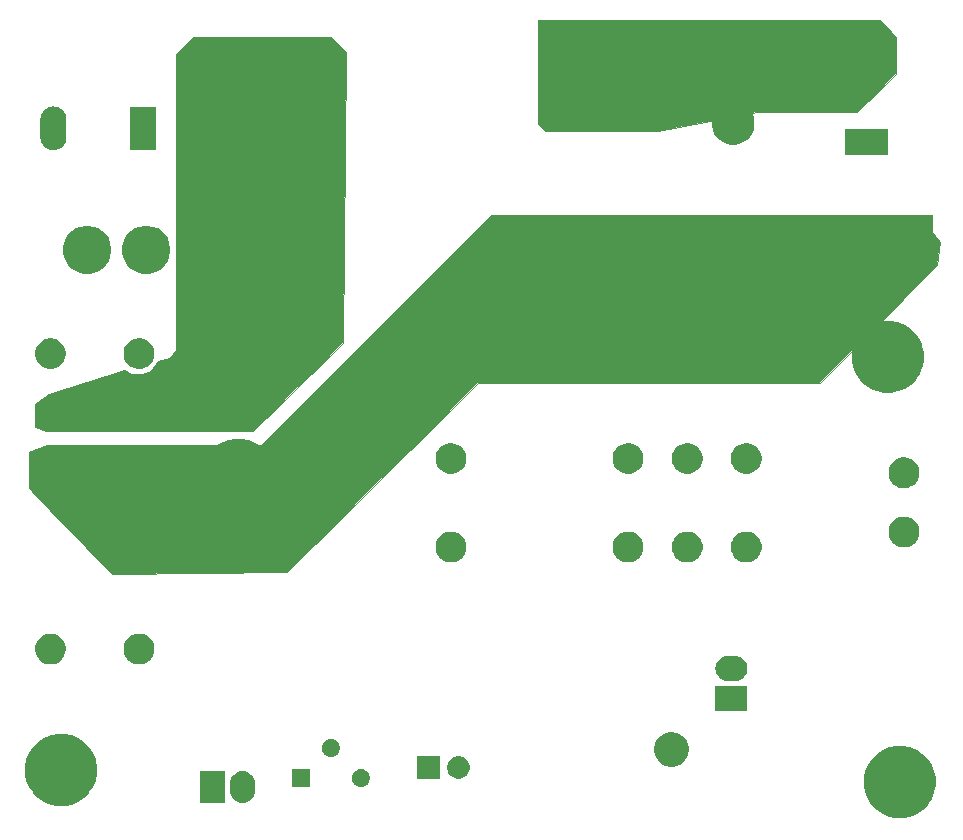
<source format=gbr>
%TF.GenerationSoftware,KiCad,Pcbnew,(6.0.0-rc1-dev-882-gdbc9130da)*%
%TF.CreationDate,2019-10-18T11:57:10+08:00*%
%TF.ProjectId,SoftStartLamp,536F667453746172744C616D702E6B69,rev?*%
%TF.SameCoordinates,Original*%
%TF.FileFunction,Soldermask,Bot*%
%TF.FilePolarity,Negative*%
%FSLAX46Y46*%
G04 Gerber Fmt 4.6, Leading zero omitted, Abs format (unit mm)*
G04 Created by KiCad (PCBNEW (6.0.0-rc1-dev-882-gdbc9130da)) date 2019/10/18 11:57:10*
%MOMM*%
%LPD*%
G01*
G04 APERTURE LIST*
%ADD10C,0.100000*%
%ADD11C,0.350000*%
G04 APERTURE END LIST*
D10*
G36*
X53848000Y-77470000D02*
X72009000Y-77470000D01*
X91440000Y-58039000D01*
X128778000Y-58039000D01*
X128778000Y-59436000D01*
X129413000Y-60325000D01*
X129159000Y-62230000D01*
X119253000Y-72263000D01*
X90297000Y-72263000D01*
X74168000Y-88265000D01*
X59309000Y-88392000D01*
X53213000Y-82169000D01*
X52324000Y-81153000D01*
X52324000Y-78105000D01*
X53848000Y-77470000D01*
G37*
X53848000Y-77470000D02*
X72009000Y-77470000D01*
X91440000Y-58039000D01*
X128778000Y-58039000D01*
X128778000Y-59436000D01*
X129413000Y-60325000D01*
X129159000Y-62230000D01*
X119253000Y-72263000D01*
X90297000Y-72263000D01*
X74168000Y-88265000D01*
X59309000Y-88392000D01*
X53213000Y-82169000D01*
X52324000Y-81153000D01*
X52324000Y-78105000D01*
X53848000Y-77470000D01*
G36*
X66167000Y-42926000D02*
X64770000Y-44450000D01*
X64770000Y-69469000D01*
X64262000Y-70104000D01*
X63246000Y-70358000D01*
X62611000Y-71247000D01*
X61849000Y-71501000D01*
X60960000Y-71501000D01*
X60452000Y-71120000D01*
X53975000Y-73152000D01*
X52832000Y-74041000D01*
X52832000Y-75946000D01*
X53721000Y-76327000D01*
X71247000Y-76327000D01*
X78867000Y-68834000D01*
X79121000Y-44196000D01*
X77851000Y-42926000D01*
X66167000Y-42926000D01*
G37*
X66167000Y-42926000D02*
X64770000Y-44450000D01*
X64770000Y-69469000D01*
X64262000Y-70104000D01*
X63246000Y-70358000D01*
X62611000Y-71247000D01*
X61849000Y-71501000D01*
X60960000Y-71501000D01*
X60452000Y-71120000D01*
X53975000Y-73152000D01*
X52832000Y-74041000D01*
X52832000Y-75946000D01*
X53721000Y-76327000D01*
X71247000Y-76327000D01*
X78867000Y-68834000D01*
X79121000Y-44196000D01*
X77851000Y-42926000D01*
X66167000Y-42926000D01*
G36*
X95377000Y-41529000D02*
X124333000Y-41529000D01*
X125730000Y-42926000D01*
X125730000Y-46101000D01*
X122428000Y-49276000D01*
X113919000Y-49276000D01*
X105537000Y-50927000D01*
X96012000Y-50927000D01*
X95377000Y-50292000D01*
X95377000Y-41529000D01*
G37*
X95377000Y-41529000D02*
X124333000Y-41529000D01*
X125730000Y-42926000D01*
X125730000Y-46101000D01*
X122428000Y-49276000D01*
X113919000Y-49276000D01*
X105537000Y-50927000D01*
X96012000Y-50927000D01*
X95377000Y-50292000D01*
X95377000Y-41529000D01*
D11*
G36*
X126889941Y-103066248D02*
X126889943Y-103066249D01*
X126889944Y-103066249D01*
X127445190Y-103296239D01*
X127903898Y-103602738D01*
X127944902Y-103630136D01*
X128369864Y-104055098D01*
X128369866Y-104055101D01*
X128703761Y-104554810D01*
X128925529Y-105090207D01*
X128933752Y-105110059D01*
X129051000Y-105699501D01*
X129051000Y-106300499D01*
X128944246Y-106837186D01*
X128933751Y-106889944D01*
X128703761Y-107445190D01*
X128478655Y-107782085D01*
X128369864Y-107944902D01*
X127944902Y-108369864D01*
X127944899Y-108369866D01*
X127445190Y-108703761D01*
X126889944Y-108933751D01*
X126889943Y-108933751D01*
X126889941Y-108933752D01*
X126300499Y-109051000D01*
X125699501Y-109051000D01*
X125110059Y-108933752D01*
X125110057Y-108933751D01*
X125110056Y-108933751D01*
X124554810Y-108703761D01*
X124055101Y-108369866D01*
X124055098Y-108369864D01*
X123630136Y-107944902D01*
X123521345Y-107782085D01*
X123296239Y-107445190D01*
X123066249Y-106889944D01*
X123055755Y-106837186D01*
X122949000Y-106300499D01*
X122949000Y-105699501D01*
X123066248Y-105110059D01*
X123074471Y-105090207D01*
X123296239Y-104554810D01*
X123630134Y-104055101D01*
X123630136Y-104055098D01*
X124055098Y-103630136D01*
X124096102Y-103602738D01*
X124554810Y-103296239D01*
X125110056Y-103066249D01*
X125110057Y-103066249D01*
X125110059Y-103066248D01*
X125699501Y-102949000D01*
X126300499Y-102949000D01*
X126889941Y-103066248D01*
X126889941Y-103066248D01*
G37*
G36*
X55889941Y-102066248D02*
X55889943Y-102066249D01*
X55889944Y-102066249D01*
X56445190Y-102296239D01*
X56870736Y-102580580D01*
X56944902Y-102630136D01*
X57369864Y-103055098D01*
X57369866Y-103055101D01*
X57703761Y-103554810D01*
X57929584Y-104099996D01*
X57933752Y-104110059D01*
X58051000Y-104699501D01*
X58051000Y-105300499D01*
X57935122Y-105883056D01*
X57933751Y-105889944D01*
X57703761Y-106445190D01*
X57406588Y-106889941D01*
X57369864Y-106944902D01*
X56944902Y-107369864D01*
X56944899Y-107369866D01*
X56445190Y-107703761D01*
X55889944Y-107933751D01*
X55889943Y-107933751D01*
X55889941Y-107933752D01*
X55300499Y-108051000D01*
X54699501Y-108051000D01*
X54110059Y-107933752D01*
X54110057Y-107933751D01*
X54110056Y-107933751D01*
X53554810Y-107703761D01*
X53055101Y-107369866D01*
X53055098Y-107369864D01*
X52630136Y-106944902D01*
X52593412Y-106889941D01*
X52296239Y-106445190D01*
X52066249Y-105889944D01*
X52064879Y-105883056D01*
X51949000Y-105300499D01*
X51949000Y-104699501D01*
X52066248Y-104110059D01*
X52070416Y-104099996D01*
X52296239Y-103554810D01*
X52630134Y-103055101D01*
X52630136Y-103055098D01*
X53055098Y-102630136D01*
X53129264Y-102580580D01*
X53554810Y-102296239D01*
X54110056Y-102066249D01*
X54110057Y-102066249D01*
X54110059Y-102066248D01*
X54699501Y-101949000D01*
X55300499Y-101949000D01*
X55889941Y-102066248D01*
X55889941Y-102066248D01*
G37*
G36*
X70564031Y-105090207D02*
X70762145Y-105150305D01*
X70944729Y-105247897D01*
X71104765Y-105379235D01*
X71104766Y-105379237D01*
X71104768Y-105379238D01*
X71158691Y-105444944D01*
X71236103Y-105539271D01*
X71333695Y-105721854D01*
X71393793Y-105919968D01*
X71409000Y-106074370D01*
X71409000Y-106777629D01*
X71393793Y-106932031D01*
X71365686Y-107024686D01*
X71333695Y-107130147D01*
X71317005Y-107161371D01*
X71236103Y-107312729D01*
X71104765Y-107472765D01*
X70944729Y-107604103D01*
X70762146Y-107701695D01*
X70564032Y-107761793D01*
X70358000Y-107782085D01*
X70151969Y-107761793D01*
X69953855Y-107701695D01*
X69771272Y-107604103D01*
X69611236Y-107472765D01*
X69526787Y-107369864D01*
X69479899Y-107312731D01*
X69382306Y-107130148D01*
X69350314Y-107024686D01*
X69322207Y-106932032D01*
X69307000Y-106777630D01*
X69307000Y-106074371D01*
X69322207Y-105919969D01*
X69382305Y-105721855D01*
X69479897Y-105539271D01*
X69611235Y-105379235D01*
X69611237Y-105379234D01*
X69611238Y-105379232D01*
X69771269Y-105247899D01*
X69771271Y-105247897D01*
X69953854Y-105150305D01*
X70151968Y-105090207D01*
X70358000Y-105069915D01*
X70564031Y-105090207D01*
X70564031Y-105090207D01*
G37*
G36*
X68869000Y-107777000D02*
X66767000Y-107777000D01*
X66767000Y-105075000D01*
X68869000Y-105075000D01*
X68869000Y-107777000D01*
X68869000Y-107777000D01*
G37*
G36*
X76062000Y-106415000D02*
X74560000Y-106415000D01*
X74560000Y-104913000D01*
X76062000Y-104913000D01*
X76062000Y-106415000D01*
X76062000Y-106415000D01*
G37*
G36*
X80523004Y-104924544D02*
X80610059Y-104941860D01*
X80746732Y-104998472D01*
X80827435Y-105052396D01*
X80869738Y-105080662D01*
X80974338Y-105185262D01*
X80974340Y-105185265D01*
X81056528Y-105308268D01*
X81113140Y-105444941D01*
X81126814Y-105513688D01*
X81142000Y-105590031D01*
X81142000Y-105737969D01*
X81132082Y-105787829D01*
X81113140Y-105883059D01*
X81056528Y-106019732D01*
X81056527Y-106019733D01*
X80974338Y-106142738D01*
X80869738Y-106247338D01*
X80869735Y-106247340D01*
X80746732Y-106329528D01*
X80610059Y-106386140D01*
X80523004Y-106403456D01*
X80464969Y-106415000D01*
X80317031Y-106415000D01*
X80258996Y-106403456D01*
X80171941Y-106386140D01*
X80035268Y-106329528D01*
X79912265Y-106247340D01*
X79912262Y-106247338D01*
X79807662Y-106142738D01*
X79725473Y-106019733D01*
X79725472Y-106019732D01*
X79668860Y-105883059D01*
X79649918Y-105787829D01*
X79640000Y-105737969D01*
X79640000Y-105590031D01*
X79655186Y-105513688D01*
X79668860Y-105444941D01*
X79725472Y-105308268D01*
X79807660Y-105185265D01*
X79807662Y-105185262D01*
X79912262Y-105080662D01*
X79954565Y-105052396D01*
X80035268Y-104998472D01*
X80171941Y-104941860D01*
X80258996Y-104924544D01*
X80317031Y-104913000D01*
X80464969Y-104913000D01*
X80523004Y-104924544D01*
X80523004Y-104924544D01*
G37*
G36*
X88923396Y-103860546D02*
X89096466Y-103932234D01*
X89252230Y-104036312D01*
X89384688Y-104168770D01*
X89488766Y-104324534D01*
X89560454Y-104497604D01*
X89597000Y-104681333D01*
X89597000Y-104868667D01*
X89560454Y-105052396D01*
X89488766Y-105225466D01*
X89384688Y-105381230D01*
X89252230Y-105513688D01*
X89096466Y-105617766D01*
X88923396Y-105689454D01*
X88739667Y-105726000D01*
X88552333Y-105726000D01*
X88368604Y-105689454D01*
X88195534Y-105617766D01*
X88039770Y-105513688D01*
X87907312Y-105381230D01*
X87803234Y-105225466D01*
X87731546Y-105052396D01*
X87695000Y-104868667D01*
X87695000Y-104681333D01*
X87731546Y-104497604D01*
X87803234Y-104324534D01*
X87907312Y-104168770D01*
X88039770Y-104036312D01*
X88195534Y-103932234D01*
X88368604Y-103860546D01*
X88552333Y-103824000D01*
X88739667Y-103824000D01*
X88923396Y-103860546D01*
X88923396Y-103860546D01*
G37*
G36*
X87057000Y-105726000D02*
X85155000Y-105726000D01*
X85155000Y-103824000D01*
X87057000Y-103824000D01*
X87057000Y-105726000D01*
X87057000Y-105726000D01*
G37*
G36*
X107103238Y-101855760D02*
X107103240Y-101855761D01*
X107103241Y-101855761D01*
X107367306Y-101965140D01*
X107367307Y-101965141D01*
X107604962Y-102123937D01*
X107807063Y-102326038D01*
X107807065Y-102326041D01*
X107965860Y-102563694D01*
X108050597Y-102768268D01*
X108075240Y-102827762D01*
X108131000Y-103108088D01*
X108131000Y-103393912D01*
X108084013Y-103630134D01*
X108075239Y-103674241D01*
X107965860Y-103938306D01*
X107857822Y-104099996D01*
X107807063Y-104175962D01*
X107604962Y-104378063D01*
X107604959Y-104378065D01*
X107367306Y-104536860D01*
X107103241Y-104646239D01*
X107103240Y-104646239D01*
X107103238Y-104646240D01*
X106822912Y-104702000D01*
X106537088Y-104702000D01*
X106256762Y-104646240D01*
X106256760Y-104646239D01*
X106256759Y-104646239D01*
X105992694Y-104536860D01*
X105755041Y-104378065D01*
X105755038Y-104378063D01*
X105552937Y-104175962D01*
X105502178Y-104099996D01*
X105394140Y-103938306D01*
X105284761Y-103674241D01*
X105275988Y-103630134D01*
X105229000Y-103393912D01*
X105229000Y-103108088D01*
X105284760Y-102827762D01*
X105309403Y-102768268D01*
X105394140Y-102563694D01*
X105552935Y-102326041D01*
X105552937Y-102326038D01*
X105755038Y-102123937D01*
X105992693Y-101965141D01*
X105992694Y-101965140D01*
X106256759Y-101855761D01*
X106256760Y-101855761D01*
X106256762Y-101855760D01*
X106537088Y-101800000D01*
X106822912Y-101800000D01*
X107103238Y-101855760D01*
X107103238Y-101855760D01*
G37*
G36*
X77983004Y-102384544D02*
X78070059Y-102401860D01*
X78206732Y-102458472D01*
X78206733Y-102458473D01*
X78329738Y-102540662D01*
X78434338Y-102645262D01*
X78434340Y-102645265D01*
X78516528Y-102768268D01*
X78573140Y-102904941D01*
X78587138Y-102975314D01*
X78602000Y-103050031D01*
X78602000Y-103197969D01*
X78590456Y-103256004D01*
X78573140Y-103343059D01*
X78516528Y-103479732D01*
X78436922Y-103598871D01*
X78434338Y-103602738D01*
X78329738Y-103707338D01*
X78329735Y-103707340D01*
X78206732Y-103789528D01*
X78070059Y-103846140D01*
X77983004Y-103863456D01*
X77924969Y-103875000D01*
X77777031Y-103875000D01*
X77718996Y-103863456D01*
X77631941Y-103846140D01*
X77495268Y-103789528D01*
X77372265Y-103707340D01*
X77372262Y-103707338D01*
X77267662Y-103602738D01*
X77265078Y-103598871D01*
X77185472Y-103479732D01*
X77128860Y-103343059D01*
X77111544Y-103256004D01*
X77100000Y-103197969D01*
X77100000Y-103050031D01*
X77114862Y-102975314D01*
X77128860Y-102904941D01*
X77185472Y-102768268D01*
X77267660Y-102645265D01*
X77267662Y-102645262D01*
X77372262Y-102540662D01*
X77495267Y-102458473D01*
X77495268Y-102458472D01*
X77631941Y-102401860D01*
X77718996Y-102384544D01*
X77777031Y-102373000D01*
X77924969Y-102373000D01*
X77983004Y-102384544D01*
X77983004Y-102384544D01*
G37*
G36*
X113111000Y-99984000D02*
X110409000Y-99984000D01*
X110409000Y-97882000D01*
X113111000Y-97882000D01*
X113111000Y-99984000D01*
X113111000Y-99984000D01*
G37*
G36*
X112142510Y-95345041D02*
X112266032Y-95357207D01*
X112464146Y-95417305D01*
X112646729Y-95514897D01*
X112806765Y-95646235D01*
X112938103Y-95806271D01*
X113035695Y-95988854D01*
X113095793Y-96186968D01*
X113116085Y-96393000D01*
X113095793Y-96599032D01*
X113035695Y-96797146D01*
X112938103Y-96979729D01*
X112806765Y-97139765D01*
X112646729Y-97271103D01*
X112464146Y-97368695D01*
X112266032Y-97428793D01*
X112142510Y-97440959D01*
X112111631Y-97444000D01*
X111408369Y-97444000D01*
X111377490Y-97440959D01*
X111253968Y-97428793D01*
X111055854Y-97368695D01*
X110873271Y-97271103D01*
X110713235Y-97139765D01*
X110581897Y-96979729D01*
X110484305Y-96797146D01*
X110424207Y-96599032D01*
X110403915Y-96393000D01*
X110424207Y-96186968D01*
X110484305Y-95988854D01*
X110581897Y-95806271D01*
X110713235Y-95646235D01*
X110873271Y-95514897D01*
X111055854Y-95417305D01*
X111253968Y-95357207D01*
X111377490Y-95345041D01*
X111408369Y-95342000D01*
X112111631Y-95342000D01*
X112142510Y-95345041D01*
X112142510Y-95345041D01*
G37*
G36*
X61981485Y-93490996D02*
X61981487Y-93490997D01*
X61981488Y-93490997D01*
X62218255Y-93589069D01*
X62431342Y-93731449D01*
X62612551Y-93912658D01*
X62754931Y-94125745D01*
X62853004Y-94362515D01*
X62903000Y-94613861D01*
X62903000Y-94870139D01*
X62853004Y-95121485D01*
X62754931Y-95358255D01*
X62612551Y-95571342D01*
X62431342Y-95752551D01*
X62431339Y-95752553D01*
X62218255Y-95894931D01*
X61981488Y-95993003D01*
X61981487Y-95993003D01*
X61981485Y-95993004D01*
X61730139Y-96043000D01*
X61473861Y-96043000D01*
X61222515Y-95993004D01*
X61222513Y-95993003D01*
X61222512Y-95993003D01*
X60985745Y-95894931D01*
X60772661Y-95752553D01*
X60772658Y-95752551D01*
X60591449Y-95571342D01*
X60449069Y-95358255D01*
X60350996Y-95121485D01*
X60301000Y-94870139D01*
X60301000Y-94613861D01*
X60350996Y-94362515D01*
X60449069Y-94125745D01*
X60591449Y-93912658D01*
X60772658Y-93731449D01*
X60985745Y-93589069D01*
X61222512Y-93490997D01*
X61222513Y-93490997D01*
X61222515Y-93490996D01*
X61473861Y-93441000D01*
X61730139Y-93441000D01*
X61981485Y-93490996D01*
X61981485Y-93490996D01*
G37*
G36*
X54481485Y-93490996D02*
X54481487Y-93490997D01*
X54481488Y-93490997D01*
X54718255Y-93589069D01*
X54931342Y-93731449D01*
X55112551Y-93912658D01*
X55254931Y-94125745D01*
X55353004Y-94362515D01*
X55403000Y-94613861D01*
X55403000Y-94870139D01*
X55353004Y-95121485D01*
X55254931Y-95358255D01*
X55112551Y-95571342D01*
X54931342Y-95752551D01*
X54931339Y-95752553D01*
X54718255Y-95894931D01*
X54481488Y-95993003D01*
X54481487Y-95993003D01*
X54481485Y-95993004D01*
X54230139Y-96043000D01*
X53973861Y-96043000D01*
X53722515Y-95993004D01*
X53722513Y-95993003D01*
X53722512Y-95993003D01*
X53485745Y-95894931D01*
X53272661Y-95752553D01*
X53272658Y-95752551D01*
X53091449Y-95571342D01*
X52949069Y-95358255D01*
X52850996Y-95121485D01*
X52801000Y-94870139D01*
X52801000Y-94613861D01*
X52850996Y-94362515D01*
X52949069Y-94125745D01*
X53091449Y-93912658D01*
X53272658Y-93731449D01*
X53485745Y-93589069D01*
X53722512Y-93490997D01*
X53722513Y-93490997D01*
X53722515Y-93490996D01*
X53973861Y-93441000D01*
X54230139Y-93441000D01*
X54481485Y-93490996D01*
X54481485Y-93490996D01*
G37*
G36*
X113390485Y-84861996D02*
X113390487Y-84861997D01*
X113390488Y-84861997D01*
X113627255Y-84960069D01*
X113840342Y-85102449D01*
X114021551Y-85283658D01*
X114163931Y-85496745D01*
X114262004Y-85733515D01*
X114312000Y-85984861D01*
X114312000Y-86241139D01*
X114262004Y-86492485D01*
X114163931Y-86729255D01*
X114021551Y-86942342D01*
X113840342Y-87123551D01*
X113840339Y-87123553D01*
X113627255Y-87265931D01*
X113390488Y-87364003D01*
X113390487Y-87364003D01*
X113390485Y-87364004D01*
X113139139Y-87414000D01*
X112882861Y-87414000D01*
X112631515Y-87364004D01*
X112631513Y-87364003D01*
X112631512Y-87364003D01*
X112394745Y-87265931D01*
X112181661Y-87123553D01*
X112181658Y-87123551D01*
X112000449Y-86942342D01*
X111858069Y-86729255D01*
X111759996Y-86492485D01*
X111710000Y-86241139D01*
X111710000Y-85984861D01*
X111759996Y-85733515D01*
X111858069Y-85496745D01*
X112000449Y-85283658D01*
X112181658Y-85102449D01*
X112394745Y-84960069D01*
X112631512Y-84861997D01*
X112631513Y-84861997D01*
X112631515Y-84861996D01*
X112882861Y-84812000D01*
X113139139Y-84812000D01*
X113390485Y-84861996D01*
X113390485Y-84861996D01*
G37*
G36*
X103390485Y-84861996D02*
X103390487Y-84861997D01*
X103390488Y-84861997D01*
X103627255Y-84960069D01*
X103840342Y-85102449D01*
X104021551Y-85283658D01*
X104163931Y-85496745D01*
X104262004Y-85733515D01*
X104312000Y-85984861D01*
X104312000Y-86241139D01*
X104262004Y-86492485D01*
X104163931Y-86729255D01*
X104021551Y-86942342D01*
X103840342Y-87123551D01*
X103840339Y-87123553D01*
X103627255Y-87265931D01*
X103390488Y-87364003D01*
X103390487Y-87364003D01*
X103390485Y-87364004D01*
X103139139Y-87414000D01*
X102882861Y-87414000D01*
X102631515Y-87364004D01*
X102631513Y-87364003D01*
X102631512Y-87364003D01*
X102394745Y-87265931D01*
X102181661Y-87123553D01*
X102181658Y-87123551D01*
X102000449Y-86942342D01*
X101858069Y-86729255D01*
X101759996Y-86492485D01*
X101710000Y-86241139D01*
X101710000Y-85984861D01*
X101759996Y-85733515D01*
X101858069Y-85496745D01*
X102000449Y-85283658D01*
X102181658Y-85102449D01*
X102394745Y-84960069D01*
X102631512Y-84861997D01*
X102631513Y-84861997D01*
X102631515Y-84861996D01*
X102882861Y-84812000D01*
X103139139Y-84812000D01*
X103390485Y-84861996D01*
X103390485Y-84861996D01*
G37*
G36*
X108390485Y-84861996D02*
X108390487Y-84861997D01*
X108390488Y-84861997D01*
X108627255Y-84960069D01*
X108840342Y-85102449D01*
X109021551Y-85283658D01*
X109163931Y-85496745D01*
X109262004Y-85733515D01*
X109312000Y-85984861D01*
X109312000Y-86241139D01*
X109262004Y-86492485D01*
X109163931Y-86729255D01*
X109021551Y-86942342D01*
X108840342Y-87123551D01*
X108840339Y-87123553D01*
X108627255Y-87265931D01*
X108390488Y-87364003D01*
X108390487Y-87364003D01*
X108390485Y-87364004D01*
X108139139Y-87414000D01*
X107882861Y-87414000D01*
X107631515Y-87364004D01*
X107631513Y-87364003D01*
X107631512Y-87364003D01*
X107394745Y-87265931D01*
X107181661Y-87123553D01*
X107181658Y-87123551D01*
X107000449Y-86942342D01*
X106858069Y-86729255D01*
X106759996Y-86492485D01*
X106710000Y-86241139D01*
X106710000Y-85984861D01*
X106759996Y-85733515D01*
X106858069Y-85496745D01*
X107000449Y-85283658D01*
X107181658Y-85102449D01*
X107394745Y-84960069D01*
X107631512Y-84861997D01*
X107631513Y-84861997D01*
X107631515Y-84861996D01*
X107882861Y-84812000D01*
X108139139Y-84812000D01*
X108390485Y-84861996D01*
X108390485Y-84861996D01*
G37*
G36*
X88390485Y-84861996D02*
X88390487Y-84861997D01*
X88390488Y-84861997D01*
X88627255Y-84960069D01*
X88840342Y-85102449D01*
X89021551Y-85283658D01*
X89163931Y-85496745D01*
X89262004Y-85733515D01*
X89312000Y-85984861D01*
X89312000Y-86241139D01*
X89262004Y-86492485D01*
X89163931Y-86729255D01*
X89021551Y-86942342D01*
X88840342Y-87123551D01*
X88840339Y-87123553D01*
X88627255Y-87265931D01*
X88390488Y-87364003D01*
X88390487Y-87364003D01*
X88390485Y-87364004D01*
X88139139Y-87414000D01*
X87882861Y-87414000D01*
X87631515Y-87364004D01*
X87631513Y-87364003D01*
X87631512Y-87364003D01*
X87394745Y-87265931D01*
X87181661Y-87123553D01*
X87181658Y-87123551D01*
X87000449Y-86942342D01*
X86858069Y-86729255D01*
X86759996Y-86492485D01*
X86710000Y-86241139D01*
X86710000Y-85984861D01*
X86759996Y-85733515D01*
X86858069Y-85496745D01*
X87000449Y-85283658D01*
X87181658Y-85102449D01*
X87394745Y-84960069D01*
X87631512Y-84861997D01*
X87631513Y-84861997D01*
X87631515Y-84861996D01*
X87882861Y-84812000D01*
X88139139Y-84812000D01*
X88390485Y-84861996D01*
X88390485Y-84861996D01*
G37*
G36*
X126744485Y-83584996D02*
X126744487Y-83584997D01*
X126744488Y-83584997D01*
X126981255Y-83683069D01*
X127194342Y-83825449D01*
X127375551Y-84006658D01*
X127517931Y-84219745D01*
X127616004Y-84456515D01*
X127666000Y-84707861D01*
X127666000Y-84964139D01*
X127616004Y-85215485D01*
X127517931Y-85452255D01*
X127375551Y-85665342D01*
X127194342Y-85846551D01*
X127194339Y-85846553D01*
X126981255Y-85988931D01*
X126744488Y-86087003D01*
X126744487Y-86087003D01*
X126744485Y-86087004D01*
X126493139Y-86137000D01*
X126236861Y-86137000D01*
X125985515Y-86087004D01*
X125985513Y-86087003D01*
X125985512Y-86087003D01*
X125748745Y-85988931D01*
X125535661Y-85846553D01*
X125535658Y-85846551D01*
X125354449Y-85665342D01*
X125212069Y-85452255D01*
X125113996Y-85215485D01*
X125064000Y-84964139D01*
X125064000Y-84707861D01*
X125113996Y-84456515D01*
X125212069Y-84219745D01*
X125354449Y-84006658D01*
X125535658Y-83825449D01*
X125748745Y-83683069D01*
X125985512Y-83584997D01*
X125985513Y-83584997D01*
X125985515Y-83584996D01*
X126236861Y-83535000D01*
X126493139Y-83535000D01*
X126744485Y-83584996D01*
X126744485Y-83584996D01*
G37*
G36*
X70889941Y-77066248D02*
X70889943Y-77066249D01*
X70889944Y-77066249D01*
X71445190Y-77296239D01*
X71617497Y-77411371D01*
X71944902Y-77630136D01*
X72369864Y-78055098D01*
X72369866Y-78055101D01*
X72703761Y-78554810D01*
X72885053Y-78992488D01*
X72933752Y-79110059D01*
X73051000Y-79699501D01*
X73051000Y-80300499D01*
X72942383Y-80846551D01*
X72933751Y-80889944D01*
X72703761Y-81445190D01*
X72608892Y-81587171D01*
X72369864Y-81944902D01*
X71944902Y-82369864D01*
X71944899Y-82369866D01*
X71445190Y-82703761D01*
X70889944Y-82933751D01*
X70889943Y-82933751D01*
X70889941Y-82933752D01*
X70300499Y-83051000D01*
X69699501Y-83051000D01*
X69110059Y-82933752D01*
X69110057Y-82933751D01*
X69110056Y-82933751D01*
X68554810Y-82703761D01*
X68055101Y-82369866D01*
X68055098Y-82369864D01*
X67630136Y-81944902D01*
X67391108Y-81587171D01*
X67296239Y-81445190D01*
X67066249Y-80889944D01*
X67057618Y-80846551D01*
X66949000Y-80300499D01*
X66949000Y-79699501D01*
X67066248Y-79110059D01*
X67114947Y-78992488D01*
X67296239Y-78554810D01*
X67630134Y-78055101D01*
X67630136Y-78055098D01*
X68055098Y-77630136D01*
X68382503Y-77411371D01*
X68554810Y-77296239D01*
X69110056Y-77066249D01*
X69110057Y-77066249D01*
X69110059Y-77066248D01*
X69699501Y-76949000D01*
X70300499Y-76949000D01*
X70889941Y-77066248D01*
X70889941Y-77066248D01*
G37*
G36*
X126744485Y-78584996D02*
X126744487Y-78584997D01*
X126744488Y-78584997D01*
X126976134Y-78680948D01*
X126981255Y-78683069D01*
X127194342Y-78825449D01*
X127375551Y-79006658D01*
X127375553Y-79006661D01*
X127517931Y-79219745D01*
X127610134Y-79442342D01*
X127616004Y-79456515D01*
X127666000Y-79707861D01*
X127666000Y-79964139D01*
X127616004Y-80215485D01*
X127517931Y-80452255D01*
X127375551Y-80665342D01*
X127194342Y-80846551D01*
X127194339Y-80846553D01*
X126981255Y-80988931D01*
X126744488Y-81087003D01*
X126744487Y-81087003D01*
X126744485Y-81087004D01*
X126493139Y-81137000D01*
X126236861Y-81137000D01*
X125985515Y-81087004D01*
X125985513Y-81087003D01*
X125985512Y-81087003D01*
X125748745Y-80988931D01*
X125535661Y-80846553D01*
X125535658Y-80846551D01*
X125354449Y-80665342D01*
X125212069Y-80452255D01*
X125113996Y-80215485D01*
X125064000Y-79964139D01*
X125064000Y-79707861D01*
X125113996Y-79456515D01*
X125119867Y-79442342D01*
X125212069Y-79219745D01*
X125354447Y-79006661D01*
X125354449Y-79006658D01*
X125535658Y-78825449D01*
X125748745Y-78683069D01*
X125753866Y-78680948D01*
X125985512Y-78584997D01*
X125985513Y-78584997D01*
X125985515Y-78584996D01*
X126236861Y-78535000D01*
X126493139Y-78535000D01*
X126744485Y-78584996D01*
X126744485Y-78584996D01*
G37*
G36*
X54481485Y-78490996D02*
X54481487Y-78490997D01*
X54481488Y-78490997D01*
X54635544Y-78554809D01*
X54718255Y-78589069D01*
X54931342Y-78731449D01*
X55112551Y-78912658D01*
X55254931Y-79125745D01*
X55353004Y-79362515D01*
X55403000Y-79613861D01*
X55403000Y-79870139D01*
X55353004Y-80121485D01*
X55254931Y-80358255D01*
X55112551Y-80571342D01*
X54931342Y-80752551D01*
X54931339Y-80752553D01*
X54718255Y-80894931D01*
X54481488Y-80993003D01*
X54481487Y-80993003D01*
X54481485Y-80993004D01*
X54230139Y-81043000D01*
X53973861Y-81043000D01*
X53722515Y-80993004D01*
X53722513Y-80993003D01*
X53722512Y-80993003D01*
X53485745Y-80894931D01*
X53272661Y-80752553D01*
X53272658Y-80752551D01*
X53091449Y-80571342D01*
X52949069Y-80358255D01*
X52850996Y-80121485D01*
X52801000Y-79870139D01*
X52801000Y-79613861D01*
X52850996Y-79362515D01*
X52949069Y-79125745D01*
X53091449Y-78912658D01*
X53272658Y-78731449D01*
X53485745Y-78589069D01*
X53568456Y-78554809D01*
X53722512Y-78490997D01*
X53722513Y-78490997D01*
X53722515Y-78490996D01*
X53973861Y-78441000D01*
X54230139Y-78441000D01*
X54481485Y-78490996D01*
X54481485Y-78490996D01*
G37*
G36*
X61981485Y-78490996D02*
X61981487Y-78490997D01*
X61981488Y-78490997D01*
X62135544Y-78554809D01*
X62218255Y-78589069D01*
X62431342Y-78731449D01*
X62612551Y-78912658D01*
X62754931Y-79125745D01*
X62853004Y-79362515D01*
X62903000Y-79613861D01*
X62903000Y-79870139D01*
X62853004Y-80121485D01*
X62754931Y-80358255D01*
X62612551Y-80571342D01*
X62431342Y-80752551D01*
X62431339Y-80752553D01*
X62218255Y-80894931D01*
X61981488Y-80993003D01*
X61981487Y-80993003D01*
X61981485Y-80993004D01*
X61730139Y-81043000D01*
X61473861Y-81043000D01*
X61222515Y-80993004D01*
X61222513Y-80993003D01*
X61222512Y-80993003D01*
X60985745Y-80894931D01*
X60772661Y-80752553D01*
X60772658Y-80752551D01*
X60591449Y-80571342D01*
X60449069Y-80358255D01*
X60350996Y-80121485D01*
X60301000Y-79870139D01*
X60301000Y-79613861D01*
X60350996Y-79362515D01*
X60449069Y-79125745D01*
X60591449Y-78912658D01*
X60772658Y-78731449D01*
X60985745Y-78589069D01*
X61068456Y-78554809D01*
X61222512Y-78490997D01*
X61222513Y-78490997D01*
X61222515Y-78490996D01*
X61473861Y-78441000D01*
X61730139Y-78441000D01*
X61981485Y-78490996D01*
X61981485Y-78490996D01*
G37*
G36*
X103390485Y-77361996D02*
X103390487Y-77361997D01*
X103390488Y-77361997D01*
X103627255Y-77460069D01*
X103840342Y-77602449D01*
X104021551Y-77783658D01*
X104163931Y-77996745D01*
X104262004Y-78233515D01*
X104312000Y-78484861D01*
X104312000Y-78741139D01*
X104277883Y-78912658D01*
X104262003Y-78992488D01*
X104206806Y-79125745D01*
X104163931Y-79229255D01*
X104021551Y-79442342D01*
X103840342Y-79623551D01*
X103840339Y-79623553D01*
X103627255Y-79765931D01*
X103390488Y-79864003D01*
X103390487Y-79864003D01*
X103390485Y-79864004D01*
X103139139Y-79914000D01*
X102882861Y-79914000D01*
X102631515Y-79864004D01*
X102631513Y-79864003D01*
X102631512Y-79864003D01*
X102394745Y-79765931D01*
X102181661Y-79623553D01*
X102181658Y-79623551D01*
X102000449Y-79442342D01*
X101858069Y-79229255D01*
X101815194Y-79125745D01*
X101759997Y-78992488D01*
X101744118Y-78912658D01*
X101710000Y-78741139D01*
X101710000Y-78484861D01*
X101759996Y-78233515D01*
X101858069Y-77996745D01*
X102000449Y-77783658D01*
X102181658Y-77602449D01*
X102394745Y-77460069D01*
X102631512Y-77361997D01*
X102631513Y-77361997D01*
X102631515Y-77361996D01*
X102882861Y-77312000D01*
X103139139Y-77312000D01*
X103390485Y-77361996D01*
X103390485Y-77361996D01*
G37*
G36*
X88390485Y-77361996D02*
X88390487Y-77361997D01*
X88390488Y-77361997D01*
X88627255Y-77460069D01*
X88840342Y-77602449D01*
X89021551Y-77783658D01*
X89163931Y-77996745D01*
X89262004Y-78233515D01*
X89312000Y-78484861D01*
X89312000Y-78741139D01*
X89277883Y-78912658D01*
X89262003Y-78992488D01*
X89206806Y-79125745D01*
X89163931Y-79229255D01*
X89021551Y-79442342D01*
X88840342Y-79623551D01*
X88840339Y-79623553D01*
X88627255Y-79765931D01*
X88390488Y-79864003D01*
X88390487Y-79864003D01*
X88390485Y-79864004D01*
X88139139Y-79914000D01*
X87882861Y-79914000D01*
X87631515Y-79864004D01*
X87631513Y-79864003D01*
X87631512Y-79864003D01*
X87394745Y-79765931D01*
X87181661Y-79623553D01*
X87181658Y-79623551D01*
X87000449Y-79442342D01*
X86858069Y-79229255D01*
X86815194Y-79125745D01*
X86759997Y-78992488D01*
X86744118Y-78912658D01*
X86710000Y-78741139D01*
X86710000Y-78484861D01*
X86759996Y-78233515D01*
X86858069Y-77996745D01*
X87000449Y-77783658D01*
X87181658Y-77602449D01*
X87394745Y-77460069D01*
X87631512Y-77361997D01*
X87631513Y-77361997D01*
X87631515Y-77361996D01*
X87882861Y-77312000D01*
X88139139Y-77312000D01*
X88390485Y-77361996D01*
X88390485Y-77361996D01*
G37*
G36*
X113390485Y-77361996D02*
X113390487Y-77361997D01*
X113390488Y-77361997D01*
X113627255Y-77460069D01*
X113840342Y-77602449D01*
X114021551Y-77783658D01*
X114163931Y-77996745D01*
X114262004Y-78233515D01*
X114312000Y-78484861D01*
X114312000Y-78741139D01*
X114277883Y-78912658D01*
X114262003Y-78992488D01*
X114206806Y-79125745D01*
X114163931Y-79229255D01*
X114021551Y-79442342D01*
X113840342Y-79623551D01*
X113840339Y-79623553D01*
X113627255Y-79765931D01*
X113390488Y-79864003D01*
X113390487Y-79864003D01*
X113390485Y-79864004D01*
X113139139Y-79914000D01*
X112882861Y-79914000D01*
X112631515Y-79864004D01*
X112631513Y-79864003D01*
X112631512Y-79864003D01*
X112394745Y-79765931D01*
X112181661Y-79623553D01*
X112181658Y-79623551D01*
X112000449Y-79442342D01*
X111858069Y-79229255D01*
X111815194Y-79125745D01*
X111759997Y-78992488D01*
X111744118Y-78912658D01*
X111710000Y-78741139D01*
X111710000Y-78484861D01*
X111759996Y-78233515D01*
X111858069Y-77996745D01*
X112000449Y-77783658D01*
X112181658Y-77602449D01*
X112394745Y-77460069D01*
X112631512Y-77361997D01*
X112631513Y-77361997D01*
X112631515Y-77361996D01*
X112882861Y-77312000D01*
X113139139Y-77312000D01*
X113390485Y-77361996D01*
X113390485Y-77361996D01*
G37*
G36*
X108390485Y-77361996D02*
X108390487Y-77361997D01*
X108390488Y-77361997D01*
X108627255Y-77460069D01*
X108840342Y-77602449D01*
X109021551Y-77783658D01*
X109163931Y-77996745D01*
X109262004Y-78233515D01*
X109312000Y-78484861D01*
X109312000Y-78741139D01*
X109277883Y-78912658D01*
X109262003Y-78992488D01*
X109206806Y-79125745D01*
X109163931Y-79229255D01*
X109021551Y-79442342D01*
X108840342Y-79623551D01*
X108840339Y-79623553D01*
X108627255Y-79765931D01*
X108390488Y-79864003D01*
X108390487Y-79864003D01*
X108390485Y-79864004D01*
X108139139Y-79914000D01*
X107882861Y-79914000D01*
X107631515Y-79864004D01*
X107631513Y-79864003D01*
X107631512Y-79864003D01*
X107394745Y-79765931D01*
X107181661Y-79623553D01*
X107181658Y-79623551D01*
X107000449Y-79442342D01*
X106858069Y-79229255D01*
X106815194Y-79125745D01*
X106759997Y-78992488D01*
X106744118Y-78912658D01*
X106710000Y-78741139D01*
X106710000Y-78484861D01*
X106759996Y-78233515D01*
X106858069Y-77996745D01*
X107000449Y-77783658D01*
X107181658Y-77602449D01*
X107394745Y-77460069D01*
X107631512Y-77361997D01*
X107631513Y-77361997D01*
X107631515Y-77361996D01*
X107882861Y-77312000D01*
X108139139Y-77312000D01*
X108390485Y-77361996D01*
X108390485Y-77361996D01*
G37*
G36*
X54481485Y-73490996D02*
X54481487Y-73490997D01*
X54481488Y-73490997D01*
X54718255Y-73589069D01*
X54931342Y-73731449D01*
X55112551Y-73912658D01*
X55254931Y-74125745D01*
X55353004Y-74362515D01*
X55403000Y-74613861D01*
X55403000Y-74870139D01*
X55353004Y-75121485D01*
X55254931Y-75358255D01*
X55112551Y-75571342D01*
X54931342Y-75752551D01*
X54931339Y-75752553D01*
X54718255Y-75894931D01*
X54481488Y-75993003D01*
X54481487Y-75993003D01*
X54481485Y-75993004D01*
X54230139Y-76043000D01*
X53973861Y-76043000D01*
X53722515Y-75993004D01*
X53722513Y-75993003D01*
X53722512Y-75993003D01*
X53485745Y-75894931D01*
X53272661Y-75752553D01*
X53272658Y-75752551D01*
X53091449Y-75571342D01*
X52949069Y-75358255D01*
X52850996Y-75121485D01*
X52801000Y-74870139D01*
X52801000Y-74613861D01*
X52850996Y-74362515D01*
X52949069Y-74125745D01*
X53091449Y-73912658D01*
X53272658Y-73731449D01*
X53485745Y-73589069D01*
X53722512Y-73490997D01*
X53722513Y-73490997D01*
X53722515Y-73490996D01*
X53973861Y-73441000D01*
X54230139Y-73441000D01*
X54481485Y-73490996D01*
X54481485Y-73490996D01*
G37*
G36*
X61981485Y-73490996D02*
X61981487Y-73490997D01*
X61981488Y-73490997D01*
X62218255Y-73589069D01*
X62431342Y-73731449D01*
X62612551Y-73912658D01*
X62754931Y-74125745D01*
X62853004Y-74362515D01*
X62903000Y-74613861D01*
X62903000Y-74870139D01*
X62853004Y-75121485D01*
X62754931Y-75358255D01*
X62612551Y-75571342D01*
X62431342Y-75752551D01*
X62431339Y-75752553D01*
X62218255Y-75894931D01*
X61981488Y-75993003D01*
X61981487Y-75993003D01*
X61981485Y-75993004D01*
X61730139Y-76043000D01*
X61473861Y-76043000D01*
X61222515Y-75993004D01*
X61222513Y-75993003D01*
X61222512Y-75993003D01*
X60985745Y-75894931D01*
X60772661Y-75752553D01*
X60772658Y-75752551D01*
X60591449Y-75571342D01*
X60449069Y-75358255D01*
X60350996Y-75121485D01*
X60301000Y-74870139D01*
X60301000Y-74613861D01*
X60350996Y-74362515D01*
X60449069Y-74125745D01*
X60591449Y-73912658D01*
X60772658Y-73731449D01*
X60985745Y-73589069D01*
X61222512Y-73490997D01*
X61222513Y-73490997D01*
X61222515Y-73490996D01*
X61473861Y-73441000D01*
X61730139Y-73441000D01*
X61981485Y-73490996D01*
X61981485Y-73490996D01*
G37*
G36*
X73027331Y-69928211D02*
X73355092Y-70063974D01*
X73650073Y-70261074D01*
X73900926Y-70511927D01*
X74098026Y-70806908D01*
X74233789Y-71134669D01*
X74303000Y-71482616D01*
X74303000Y-71837384D01*
X74233789Y-72185331D01*
X74098026Y-72513092D01*
X73900926Y-72808073D01*
X73650073Y-73058926D01*
X73355092Y-73256026D01*
X73027331Y-73391789D01*
X72679384Y-73461000D01*
X72324616Y-73461000D01*
X71976669Y-73391789D01*
X71648908Y-73256026D01*
X71353927Y-73058926D01*
X71103074Y-72808073D01*
X70905974Y-72513092D01*
X70770211Y-72185331D01*
X70701000Y-71837384D01*
X70701000Y-71482616D01*
X70770211Y-71134669D01*
X70905974Y-70806908D01*
X71103074Y-70511927D01*
X71353927Y-70261074D01*
X71648908Y-70063974D01*
X71976669Y-69928211D01*
X72324616Y-69859000D01*
X72679384Y-69859000D01*
X73027331Y-69928211D01*
X73027331Y-69928211D01*
G37*
G36*
X125889941Y-67066248D02*
X125889943Y-67066249D01*
X125889944Y-67066249D01*
X126445190Y-67296239D01*
X126445191Y-67296240D01*
X126944902Y-67630136D01*
X127369864Y-68055098D01*
X127369866Y-68055101D01*
X127703761Y-68554810D01*
X127851986Y-68912658D01*
X127933752Y-69110059D01*
X128051000Y-69699501D01*
X128051000Y-70300499D01*
X127944246Y-70837186D01*
X127933751Y-70889944D01*
X127703761Y-71445190D01*
X127608892Y-71587171D01*
X127369864Y-71944902D01*
X126944902Y-72369864D01*
X126944899Y-72369866D01*
X126445190Y-72703761D01*
X125889944Y-72933751D01*
X125889943Y-72933751D01*
X125889941Y-72933752D01*
X125300499Y-73051000D01*
X124699501Y-73051000D01*
X124110059Y-72933752D01*
X124110057Y-72933751D01*
X124110056Y-72933751D01*
X123554810Y-72703761D01*
X123055101Y-72369866D01*
X123055098Y-72369864D01*
X122630136Y-71944902D01*
X122391108Y-71587171D01*
X122296239Y-71445190D01*
X122066249Y-70889944D01*
X122055755Y-70837186D01*
X121949000Y-70300499D01*
X121949000Y-69699501D01*
X122066248Y-69110059D01*
X122148014Y-68912658D01*
X122296239Y-68554810D01*
X122630134Y-68055101D01*
X122630136Y-68055098D01*
X123055098Y-67630136D01*
X123554809Y-67296240D01*
X123554810Y-67296239D01*
X124110056Y-67066249D01*
X124110057Y-67066249D01*
X124110059Y-67066248D01*
X124699501Y-66949000D01*
X125300499Y-66949000D01*
X125889941Y-67066248D01*
X125889941Y-67066248D01*
G37*
G36*
X54481485Y-68490996D02*
X54481487Y-68490997D01*
X54481488Y-68490997D01*
X54563588Y-68525004D01*
X54718255Y-68589069D01*
X54931342Y-68731449D01*
X55112551Y-68912658D01*
X55254931Y-69125745D01*
X55353004Y-69362515D01*
X55403000Y-69613861D01*
X55403000Y-69870139D01*
X55353004Y-70121485D01*
X55254931Y-70358255D01*
X55112551Y-70571342D01*
X54931342Y-70752551D01*
X54931339Y-70752553D01*
X54718255Y-70894931D01*
X54481488Y-70993003D01*
X54481487Y-70993003D01*
X54481485Y-70993004D01*
X54230139Y-71043000D01*
X53973861Y-71043000D01*
X53722515Y-70993004D01*
X53722513Y-70993003D01*
X53722512Y-70993003D01*
X53485745Y-70894931D01*
X53272661Y-70752553D01*
X53272658Y-70752551D01*
X53091449Y-70571342D01*
X52949069Y-70358255D01*
X52850996Y-70121485D01*
X52801000Y-69870139D01*
X52801000Y-69613861D01*
X52850996Y-69362515D01*
X52949069Y-69125745D01*
X53091449Y-68912658D01*
X53272658Y-68731449D01*
X53485745Y-68589069D01*
X53640412Y-68525004D01*
X53722512Y-68490997D01*
X53722513Y-68490997D01*
X53722515Y-68490996D01*
X53973861Y-68441000D01*
X54230139Y-68441000D01*
X54481485Y-68490996D01*
X54481485Y-68490996D01*
G37*
G36*
X61981485Y-68490996D02*
X61981487Y-68490997D01*
X61981488Y-68490997D01*
X62063588Y-68525004D01*
X62218255Y-68589069D01*
X62431342Y-68731449D01*
X62612551Y-68912658D01*
X62754931Y-69125745D01*
X62853004Y-69362515D01*
X62903000Y-69613861D01*
X62903000Y-69870139D01*
X62853004Y-70121485D01*
X62754931Y-70358255D01*
X62612551Y-70571342D01*
X62431342Y-70752551D01*
X62431339Y-70752553D01*
X62218255Y-70894931D01*
X61981488Y-70993003D01*
X61981487Y-70993003D01*
X61981485Y-70993004D01*
X61730139Y-71043000D01*
X61473861Y-71043000D01*
X61222515Y-70993004D01*
X61222513Y-70993003D01*
X61222512Y-70993003D01*
X60985745Y-70894931D01*
X60772661Y-70752553D01*
X60772658Y-70752551D01*
X60591449Y-70571342D01*
X60449069Y-70358255D01*
X60350996Y-70121485D01*
X60301000Y-69870139D01*
X60301000Y-69613861D01*
X60350996Y-69362515D01*
X60449069Y-69125745D01*
X60591449Y-68912658D01*
X60772658Y-68731449D01*
X60985745Y-68589069D01*
X61140412Y-68525004D01*
X61222512Y-68490997D01*
X61222513Y-68490997D01*
X61222515Y-68490996D01*
X61473861Y-68441000D01*
X61730139Y-68441000D01*
X61981485Y-68490996D01*
X61981485Y-68490996D01*
G37*
G36*
X127800252Y-58987818D02*
X127800254Y-58987819D01*
X127800255Y-58987819D01*
X128173513Y-59142427D01*
X128173514Y-59142428D01*
X128509439Y-59366886D01*
X128795114Y-59652561D01*
X128795116Y-59652564D01*
X129019573Y-59988487D01*
X129174181Y-60361745D01*
X129253000Y-60757994D01*
X129253000Y-61162006D01*
X129174181Y-61558255D01*
X129019573Y-61931513D01*
X129019572Y-61931514D01*
X128795114Y-62267439D01*
X128509439Y-62553114D01*
X128509436Y-62553116D01*
X128173513Y-62777573D01*
X127800255Y-62932181D01*
X127800254Y-62932181D01*
X127800252Y-62932182D01*
X127404007Y-63011000D01*
X126999993Y-63011000D01*
X126603748Y-62932182D01*
X126603746Y-62932181D01*
X126603745Y-62932181D01*
X126230487Y-62777573D01*
X125894564Y-62553116D01*
X125894561Y-62553114D01*
X125608886Y-62267439D01*
X125384428Y-61931514D01*
X125384427Y-61931513D01*
X125229819Y-61558255D01*
X125151000Y-61162006D01*
X125151000Y-60757994D01*
X125229819Y-60361745D01*
X125384427Y-59988487D01*
X125608884Y-59652564D01*
X125608886Y-59652561D01*
X125894561Y-59366886D01*
X126230486Y-59142428D01*
X126230487Y-59142427D01*
X126603745Y-58987819D01*
X126603746Y-58987819D01*
X126603748Y-58987818D01*
X126999993Y-58909000D01*
X127404007Y-58909000D01*
X127800252Y-58987818D01*
X127800252Y-58987818D01*
G37*
G36*
X57800252Y-58987818D02*
X57800254Y-58987819D01*
X57800255Y-58987819D01*
X58173513Y-59142427D01*
X58173514Y-59142428D01*
X58509439Y-59366886D01*
X58795114Y-59652561D01*
X58795116Y-59652564D01*
X59019573Y-59988487D01*
X59174181Y-60361745D01*
X59253000Y-60757994D01*
X59253000Y-61162006D01*
X59174181Y-61558255D01*
X59019573Y-61931513D01*
X59019572Y-61931514D01*
X58795114Y-62267439D01*
X58509439Y-62553114D01*
X58509436Y-62553116D01*
X58173513Y-62777573D01*
X57800255Y-62932181D01*
X57800254Y-62932181D01*
X57800252Y-62932182D01*
X57404007Y-63011000D01*
X56999993Y-63011000D01*
X56603748Y-62932182D01*
X56603746Y-62932181D01*
X56603745Y-62932181D01*
X56230487Y-62777573D01*
X55894564Y-62553116D01*
X55894561Y-62553114D01*
X55608886Y-62267439D01*
X55384428Y-61931514D01*
X55384427Y-61931513D01*
X55229819Y-61558255D01*
X55151000Y-61162006D01*
X55151000Y-60757994D01*
X55229819Y-60361745D01*
X55384427Y-59988487D01*
X55608884Y-59652564D01*
X55608886Y-59652561D01*
X55894561Y-59366886D01*
X56230486Y-59142428D01*
X56230487Y-59142427D01*
X56603745Y-58987819D01*
X56603746Y-58987819D01*
X56603748Y-58987818D01*
X56999993Y-58909000D01*
X57404007Y-58909000D01*
X57800252Y-58987818D01*
X57800252Y-58987818D01*
G37*
G36*
X62800252Y-58987818D02*
X62800254Y-58987819D01*
X62800255Y-58987819D01*
X63173513Y-59142427D01*
X63173514Y-59142428D01*
X63509439Y-59366886D01*
X63795114Y-59652561D01*
X63795116Y-59652564D01*
X64019573Y-59988487D01*
X64174181Y-60361745D01*
X64253000Y-60757994D01*
X64253000Y-61162006D01*
X64174181Y-61558255D01*
X64019573Y-61931513D01*
X64019572Y-61931514D01*
X63795114Y-62267439D01*
X63509439Y-62553114D01*
X63509436Y-62553116D01*
X63173513Y-62777573D01*
X62800255Y-62932181D01*
X62800254Y-62932181D01*
X62800252Y-62932182D01*
X62404007Y-63011000D01*
X61999993Y-63011000D01*
X61603748Y-62932182D01*
X61603746Y-62932181D01*
X61603745Y-62932181D01*
X61230487Y-62777573D01*
X60894564Y-62553116D01*
X60894561Y-62553114D01*
X60608886Y-62267439D01*
X60384428Y-61931514D01*
X60384427Y-61931513D01*
X60229819Y-61558255D01*
X60151000Y-61162006D01*
X60151000Y-60757994D01*
X60229819Y-60361745D01*
X60384427Y-59988487D01*
X60608884Y-59652564D01*
X60608886Y-59652561D01*
X60894561Y-59366886D01*
X61230486Y-59142428D01*
X61230487Y-59142427D01*
X61603745Y-58987819D01*
X61603746Y-58987819D01*
X61603748Y-58987818D01*
X61999993Y-58909000D01*
X62404007Y-58909000D01*
X62800252Y-58987818D01*
X62800252Y-58987818D01*
G37*
G36*
X122800252Y-58860818D02*
X122800254Y-58860819D01*
X122800255Y-58860819D01*
X123173513Y-59015427D01*
X123363583Y-59142428D01*
X123509439Y-59239886D01*
X123795114Y-59525561D01*
X123795116Y-59525564D01*
X124019573Y-59861487D01*
X124174181Y-60234745D01*
X124253000Y-60630994D01*
X124253000Y-61035006D01*
X124174181Y-61431255D01*
X124019573Y-61804513D01*
X124019572Y-61804514D01*
X123795114Y-62140439D01*
X123509439Y-62426114D01*
X123509436Y-62426116D01*
X123173513Y-62650573D01*
X122800255Y-62805181D01*
X122800254Y-62805181D01*
X122800252Y-62805182D01*
X122404007Y-62884000D01*
X121999993Y-62884000D01*
X121603748Y-62805182D01*
X121603746Y-62805181D01*
X121603745Y-62805181D01*
X121230487Y-62650573D01*
X120894564Y-62426116D01*
X120894561Y-62426114D01*
X120608886Y-62140439D01*
X120384428Y-61804514D01*
X120384427Y-61804513D01*
X120229819Y-61431255D01*
X120151000Y-61035006D01*
X120151000Y-60630994D01*
X120229819Y-60234745D01*
X120384427Y-59861487D01*
X120608884Y-59525564D01*
X120608886Y-59525561D01*
X120894561Y-59239886D01*
X121040417Y-59142428D01*
X121230487Y-59015427D01*
X121603745Y-58860819D01*
X121603746Y-58860819D01*
X121603748Y-58860818D01*
X121999993Y-58782000D01*
X122404007Y-58782000D01*
X122800252Y-58860818D01*
X122800252Y-58860818D01*
G37*
G36*
X125041000Y-52917000D02*
X121339000Y-52917000D01*
X121339000Y-50715000D01*
X125041000Y-50715000D01*
X125041000Y-52917000D01*
X125041000Y-52917000D01*
G37*
G36*
X54571830Y-48837930D02*
X54571833Y-48837931D01*
X54571834Y-48837931D01*
X54779373Y-48900887D01*
X54779375Y-48900888D01*
X54970644Y-49003123D01*
X55138291Y-49140709D01*
X55275877Y-49308356D01*
X55378112Y-49499625D01*
X55378113Y-49499627D01*
X55441069Y-49707166D01*
X55441070Y-49707170D01*
X55457000Y-49868911D01*
X55457000Y-51477089D01*
X55441070Y-51638830D01*
X55441069Y-51638833D01*
X55441069Y-51638834D01*
X55434974Y-51658928D01*
X55378112Y-51846375D01*
X55275877Y-52037644D01*
X55138291Y-52205291D01*
X54970642Y-52342877D01*
X54779372Y-52445113D01*
X54571833Y-52508069D01*
X54571832Y-52508069D01*
X54571829Y-52508070D01*
X54356000Y-52529327D01*
X54140170Y-52508070D01*
X54140167Y-52508069D01*
X54140166Y-52508069D01*
X53932627Y-52445113D01*
X53932625Y-52445112D01*
X53741356Y-52342877D01*
X53573709Y-52205291D01*
X53436123Y-52037642D01*
X53333887Y-51846372D01*
X53270931Y-51638833D01*
X53270931Y-51638832D01*
X53270930Y-51638829D01*
X53255000Y-51477088D01*
X53255000Y-49868911D01*
X53270930Y-49707165D01*
X53333887Y-49499629D01*
X53436124Y-49308356D01*
X53573710Y-49140709D01*
X53741357Y-49003123D01*
X53932626Y-48900888D01*
X53932628Y-48900887D01*
X54140167Y-48837931D01*
X54140168Y-48837931D01*
X54140171Y-48837930D01*
X54356000Y-48816673D01*
X54571830Y-48837930D01*
X54571830Y-48837930D01*
G37*
G36*
X63077000Y-52524000D02*
X60875000Y-52524000D01*
X60875000Y-48822000D01*
X63077000Y-48822000D01*
X63077000Y-52524000D01*
X63077000Y-52524000D01*
G37*
G36*
X112427331Y-48528211D02*
X112755092Y-48663974D01*
X113050073Y-48861074D01*
X113300926Y-49111927D01*
X113498026Y-49406908D01*
X113633789Y-49734669D01*
X113703000Y-50082616D01*
X113703000Y-50437384D01*
X113633789Y-50785331D01*
X113498026Y-51113092D01*
X113300926Y-51408073D01*
X113050073Y-51658926D01*
X112755092Y-51856026D01*
X112427331Y-51991789D01*
X112079384Y-52061000D01*
X111724616Y-52061000D01*
X111376669Y-51991789D01*
X111048908Y-51856026D01*
X110753927Y-51658926D01*
X110503074Y-51408073D01*
X110305974Y-51113092D01*
X110170211Y-50785331D01*
X110101000Y-50437384D01*
X110101000Y-50082616D01*
X110170211Y-49734669D01*
X110305974Y-49406908D01*
X110503074Y-49111927D01*
X110753927Y-48861074D01*
X111048908Y-48663974D01*
X111376669Y-48528211D01*
X111724616Y-48459000D01*
X112079384Y-48459000D01*
X112427331Y-48528211D01*
X112427331Y-48528211D01*
G37*
G36*
X75965031Y-45327207D02*
X76163145Y-45387305D01*
X76345729Y-45484897D01*
X76505765Y-45616235D01*
X76505766Y-45616237D01*
X76505768Y-45616238D01*
X76584568Y-45712257D01*
X76637103Y-45776271D01*
X76734695Y-45958854D01*
X76794793Y-46156968D01*
X76810000Y-46311370D01*
X76810000Y-47414630D01*
X76794793Y-47569032D01*
X76734695Y-47767146D01*
X76637103Y-47949729D01*
X76505765Y-48109765D01*
X76345729Y-48241103D01*
X76163146Y-48338695D01*
X75965032Y-48398793D01*
X75759000Y-48419085D01*
X75552969Y-48398793D01*
X75354855Y-48338695D01*
X75172272Y-48241103D01*
X75012236Y-48109765D01*
X74880899Y-47949731D01*
X74783306Y-47767148D01*
X74723207Y-47569028D01*
X74708000Y-47414631D01*
X74708000Y-46311370D01*
X74723207Y-46156973D01*
X74723207Y-46156969D01*
X74783305Y-45958855D01*
X74880897Y-45776271D01*
X75012235Y-45616235D01*
X75012237Y-45616234D01*
X75012238Y-45616232D01*
X75172269Y-45484899D01*
X75172271Y-45484897D01*
X75354854Y-45387305D01*
X75552968Y-45327207D01*
X75759000Y-45306915D01*
X75965031Y-45327207D01*
X75965031Y-45327207D01*
G37*
G36*
X68465031Y-45327207D02*
X68663145Y-45387305D01*
X68845729Y-45484897D01*
X69005765Y-45616235D01*
X69005766Y-45616237D01*
X69005768Y-45616238D01*
X69084568Y-45712257D01*
X69137103Y-45776271D01*
X69234695Y-45958854D01*
X69294793Y-46156968D01*
X69310000Y-46311370D01*
X69310000Y-47414630D01*
X69294793Y-47569032D01*
X69234695Y-47767146D01*
X69137103Y-47949729D01*
X69005765Y-48109765D01*
X68845729Y-48241103D01*
X68663146Y-48338695D01*
X68465032Y-48398793D01*
X68259000Y-48419085D01*
X68052969Y-48398793D01*
X67854855Y-48338695D01*
X67672272Y-48241103D01*
X67512236Y-48109765D01*
X67380899Y-47949731D01*
X67283306Y-47767148D01*
X67223207Y-47569028D01*
X67208000Y-47414631D01*
X67208000Y-46311370D01*
X67223207Y-46156973D01*
X67223207Y-46156969D01*
X67283305Y-45958855D01*
X67380897Y-45776271D01*
X67512235Y-45616235D01*
X67512237Y-45616234D01*
X67512238Y-45616232D01*
X67672269Y-45484899D01*
X67672271Y-45484897D01*
X67854854Y-45387305D01*
X68052968Y-45327207D01*
X68259000Y-45306915D01*
X68465031Y-45327207D01*
X68465031Y-45327207D01*
G37*
G36*
X97965031Y-45327207D02*
X98163145Y-45387305D01*
X98345729Y-45484897D01*
X98505765Y-45616235D01*
X98505766Y-45616237D01*
X98505768Y-45616238D01*
X98584568Y-45712257D01*
X98637103Y-45776271D01*
X98734695Y-45958854D01*
X98794793Y-46156968D01*
X98810000Y-46311370D01*
X98810000Y-47414630D01*
X98794793Y-47569032D01*
X98734695Y-47767146D01*
X98637103Y-47949729D01*
X98505765Y-48109765D01*
X98345729Y-48241103D01*
X98163146Y-48338695D01*
X97965032Y-48398793D01*
X97759000Y-48419085D01*
X97552969Y-48398793D01*
X97354855Y-48338695D01*
X97172272Y-48241103D01*
X97012236Y-48109765D01*
X96880899Y-47949731D01*
X96783306Y-47767148D01*
X96723207Y-47569028D01*
X96708000Y-47414631D01*
X96708000Y-46311370D01*
X96723207Y-46156973D01*
X96723207Y-46156969D01*
X96783305Y-45958855D01*
X96880897Y-45776271D01*
X97012235Y-45616235D01*
X97012237Y-45616234D01*
X97012238Y-45616232D01*
X97172269Y-45484899D01*
X97172271Y-45484897D01*
X97354854Y-45387305D01*
X97552968Y-45327207D01*
X97759000Y-45306915D01*
X97965031Y-45327207D01*
X97965031Y-45327207D01*
G37*
G36*
X105465031Y-45327207D02*
X105663145Y-45387305D01*
X105845729Y-45484897D01*
X106005765Y-45616235D01*
X106005766Y-45616237D01*
X106005768Y-45616238D01*
X106084568Y-45712257D01*
X106137103Y-45776271D01*
X106234695Y-45958854D01*
X106294793Y-46156968D01*
X106310000Y-46311370D01*
X106310000Y-47414630D01*
X106294793Y-47569032D01*
X106234695Y-47767146D01*
X106137103Y-47949729D01*
X106005765Y-48109765D01*
X105845729Y-48241103D01*
X105663146Y-48338695D01*
X105465032Y-48398793D01*
X105259000Y-48419085D01*
X105052969Y-48398793D01*
X104854855Y-48338695D01*
X104672272Y-48241103D01*
X104512236Y-48109765D01*
X104380899Y-47949731D01*
X104283306Y-47767148D01*
X104223207Y-47569028D01*
X104208000Y-47414631D01*
X104208000Y-46311370D01*
X104223207Y-46156973D01*
X104223207Y-46156969D01*
X104283305Y-45958855D01*
X104380897Y-45776271D01*
X104512235Y-45616235D01*
X104512237Y-45616234D01*
X104512238Y-45616232D01*
X104672269Y-45484899D01*
X104672271Y-45484897D01*
X104854854Y-45387305D01*
X105052968Y-45327207D01*
X105259000Y-45306915D01*
X105465031Y-45327207D01*
X105465031Y-45327207D01*
G37*
G36*
X124155830Y-43110930D02*
X124155833Y-43110931D01*
X124155834Y-43110931D01*
X124363373Y-43173887D01*
X124363375Y-43173888D01*
X124554644Y-43276123D01*
X124722291Y-43413709D01*
X124859877Y-43581356D01*
X124962112Y-43772625D01*
X125025070Y-43980170D01*
X125046327Y-44196000D01*
X125025070Y-44411830D01*
X124962112Y-44619375D01*
X124859877Y-44810644D01*
X124722291Y-44978291D01*
X124554644Y-45115877D01*
X124363375Y-45218112D01*
X124363373Y-45218113D01*
X124155834Y-45281069D01*
X124155833Y-45281069D01*
X124155830Y-45281070D01*
X123994089Y-45297000D01*
X122385911Y-45297000D01*
X122224170Y-45281070D01*
X122224167Y-45281069D01*
X122224166Y-45281069D01*
X122016627Y-45218113D01*
X122016625Y-45218112D01*
X121825356Y-45115877D01*
X121657709Y-44978291D01*
X121520123Y-44810644D01*
X121417888Y-44619375D01*
X121354930Y-44411830D01*
X121333673Y-44196000D01*
X121354930Y-43980170D01*
X121417888Y-43772625D01*
X121520123Y-43581356D01*
X121657709Y-43413709D01*
X121825356Y-43276123D01*
X122016625Y-43173888D01*
X122016627Y-43173887D01*
X122224166Y-43110931D01*
X122224167Y-43110931D01*
X122224170Y-43110930D01*
X122385911Y-43095000D01*
X123994089Y-43095000D01*
X124155830Y-43110930D01*
X124155830Y-43110930D01*
G37*
M02*

</source>
